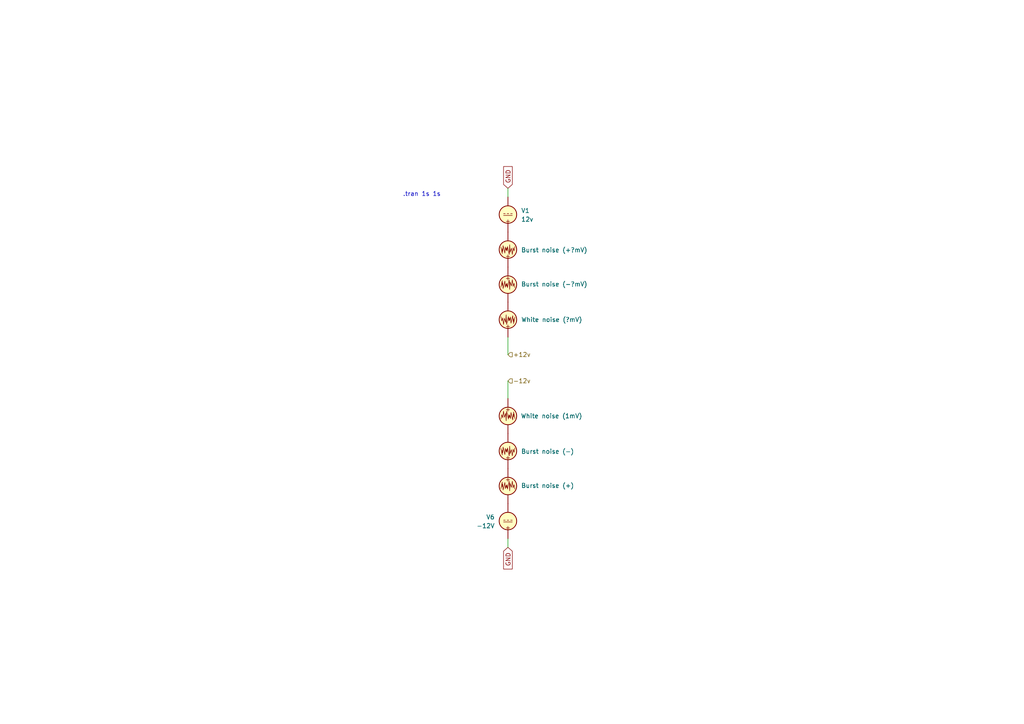
<source format=kicad_sch>
(kicad_sch (version 20230121) (generator eeschema)
  (paper "A4")
  (lib_symbols
    (symbol "Simulation_SPICE:VDC" (pin_numbers hide) (pin_names (offset 0.0254))
      (property "Reference" "V" (at 2.54 2.54 0))
      (property "Value" "1" (at 2.54 0 0))
      (symbol "VDC_0_0"
        (polyline (pts (xy -1.27 0.254) (xy 1.27 0.254)))
        (polyline (pts (xy -0.762 -0.254) (xy -1.27 -0.254)))
        (polyline (pts (xy 0.254 -0.254) (xy -0.254 -0.254)))
        (polyline (pts (xy 1.27 -0.254) (xy 0.762 -0.254)))
        (text "+" (at 0 1.905 0) (effects (font (size 1.27 1.27))))
      )
      (symbol "VDC_0_1"
        (circle (center 0 0) (radius 2.54) (stroke (width 0.254)) (fill (type background)))
      )
      (symbol "VDC_1_1"
        (pin passive line (at 0 5.08 270) (length 2.54) (name "~") (number "1"))
        (pin passive line (at 0 -5.08 90) (length 2.54) (name "~") (number "2"))
      )
    )
    (symbol "Simulation_SPICE:VTRNOISE" (pin_numbers hide) (pin_names (offset 0.0254))
      (property "Reference" "V" (at 2.54 2.54 0))
      (property "Value" "VTRNOISE" (at 2.54 0 0))
      (property "Sim.Params" "rms=20n dt=500p ac=0 ph=0" (at 2.54 -2.54 0))
      (symbol "VTRNOISE_0_0"
        (text "+" (at 0 1.905 0) (effects (font (size 1.27 1.27))))
      )
      (symbol "VTRNOISE_0_1"
        (polyline (pts (xy -2.032 -0.762) (xy -1.651 1.143) (xy -1.651 -0.254) (xy -1.524 0.508) (xy -1.397 -1.143) (xy -0.889 1.016) (xy -0.762 -0.762) (xy -0.508 0.254) (xy -0.381 -0.508) (xy -0.254 0.381) (xy -0.127 -0.889) (xy 0.381 1.397) (xy 0.508 -1.397) (xy 0.635 0.762) (xy 1.016 -0.381) (xy 1.27 1.397) (xy 1.524 -0.508) (xy 1.778 0.381) (xy 2.032 -0.889)))
        (circle (center 0 0) (radius 2.54) (stroke (width 0.254)) (fill (type background)))
      )
      (symbol "VTRNOISE_1_1"
        (pin passive line (at 0 5.08 270) (length 2.54) (name "~") (number "1"))
        (pin passive line (at 0 -5.08 90) (length 2.54) (name "~") (number "2"))
      )
    )
  )
  (wire (pts (xy 147.32 115.57) (xy 147.32 110.49)))
  (wire (pts (xy 147.32 158.75) (xy 147.32 156.21)))
  (wire (pts (xy 147.32 97.79) (xy 147.32 102.87)))
  (wire (pts (xy 147.32 54.61) (xy 147.32 57.15)))
  (text ".tran 1s 1s" (at 116.84 57.15 0) (effects (font (size 1.27 1.27)) (justify left bottom)))
  (global_label "GND" (shape input) (at 147.32 158.75 270) (property "Intersheetrefs" "${INTERSHEET_REFS}" (effects hide)))
  (global_label "GND" (shape input) (at 147.32 54.61 90) (property "Intersheetrefs" "${INTERSHEET_REFS}" (effects hide)))
  (hierarchical_label "+12v" (shape input) (at 147.32 102.87 0))
  (hierarchical_label "-12v" (shape input) (at 147.32 110.49 0))
  (symbol (lib_id "Simulation_SPICE:VTRNOISE") (at 147.32 130.81 0) (mirror x) (unit 1)
    (property "Reference" "V8" (effects hide))
    (property "Value" "Burst noise (-)" (at 151.13 130.9398 0) (effects (justify left)))
    (property "Sim.Pins" "1=+ 2=-" (effects hide))
    (property "Sim.Params" "ampl=0.5 tcapt=0.2 temit=0.5m" (effects hide))
    (property "Sim.Device" "V" (effects hide))
    (property "Sim.Type" "BURSTNOISE" (effects hide))
  )
  (symbol (lib_id "Simulation_SPICE:VTRNOISE") (at 147.32 72.39 0) (mirror x) (unit 1)
    (property "Reference" "V3" (effects hide))
    (property "Value" "Burst noise (+?mV)" (at 151.13 72.5198 0) (effects (justify left)))
    (property "Sim.Pins" "1=+ 2=-" (effects hide))
    (property "Sim.Params" "ampl=0.5 tcapt=0.2 temit=0.5m" (effects hide))
    (property "Sim.Device" "V" (effects hide))
    (property "Sim.Type" "BURSTNOISE" (effects hide))
  )
  (symbol (lib_id "Simulation_SPICE:VTRNOISE") (at 147.32 140.97 0) (unit 1)
    (property "Reference" "V7" (effects hide))
    (property "Value" "Burst noise (+)" (at 151.13 140.8402 0) (effects (justify left)))
    (property "Sim.Pins" "1=+ 2=-" (effects hide))
    (property "Sim.Params" "ampl=0.5 tcapt=0.2 temit=0.5m" (effects hide))
    (property "Sim.Device" "V" (effects hide))
    (property "Sim.Type" "BURSTNOISE" (effects hide))
  )
  (symbol (lib_id "Simulation_SPICE:VDC") (at 147.32 151.13 0) (mirror x) (unit 1)
    (property "Reference" "V6" (at 143.51 149.9898 0) (effects (justify right)))
    (property "Value" "-12V" (at 143.51 152.5298 0) (effects (justify right)))
    (property "Sim.Pins" "1=+ 2=-" (effects hide))
    (property "Sim.Type" "DC" (effects hide))
    (property "Sim.Device" "V" (effects hide))
    (property "Sim.Params" "dc=12" (effects hide))
  )
  (symbol (lib_id "Simulation_SPICE:VDC") (at 147.32 62.23 180) (unit 1)
    (property "Reference" "V1" (at 151.13 61.0898 0) (effects (justify right)))
    (property "Value" "12v" (at 151.13 63.6298 0) (effects (justify right)))
    (property "Sim.Pins" "1=+ 2=-" (effects hide))
    (property "Sim.Type" "DC" (effects hide))
    (property "Sim.Device" "V" (effects hide))
    (property "Sim.Params" "dc=12" (effects hide))
  )
  (symbol (lib_id "Simulation_SPICE:VTRNOISE") (at 147.32 120.65 0) (mirror y) (unit 1)
    (property "Reference" "V9" (effects hide))
    (property "Value" "White noise (1mV)" (at 168.91 120.65 0) (effects (justify left)))
    (property "Sim.Pins" "1=+ 2=-" (effects hide))
    (property "Sim.Params" "rms=1m dt=0.01" (effects hide))
    (property "Sim.Device" "V" (effects hide))
    (property "Sim.Type" "WHITENOISE" (effects hide))
  )
  (symbol (lib_id "Simulation_SPICE:VTRNOISE") (at 147.32 92.71 180) (unit 1)
    (property "Reference" "V5" (effects hide))
    (property "Value" "White noise (?mV)" (at 168.91 92.71 0) (effects (justify left)))
    (property "Sim.Pins" "1=+ 2=-" (effects hide))
    (property "Sim.Params" "rms=1m dt=0.01" (effects hide))
    (property "Sim.Device" "V" (effects hide))
    (property "Sim.Type" "WHITENOISE" (effects hide))
  )
  (symbol (lib_id "Simulation_SPICE:VTRNOISE") (at 147.32 82.55 0) (unit 1)
    (property "Reference" "V4" (effects hide))
    (property "Value" "Burst noise (-?mV)" (at 151.13 82.4202 0) (effects (justify left)))
    (property "Sim.Pins" "1=+ 2=-" (effects hide))
    (property "Sim.Params" "ampl=0.5 tcapt=0.2 temit=0.5m" (effects hide))
    (property "Sim.Device" "V" (effects hide))
    (property "Sim.Type" "BURSTNOISE" (effects hide))
  )
)
</source>
